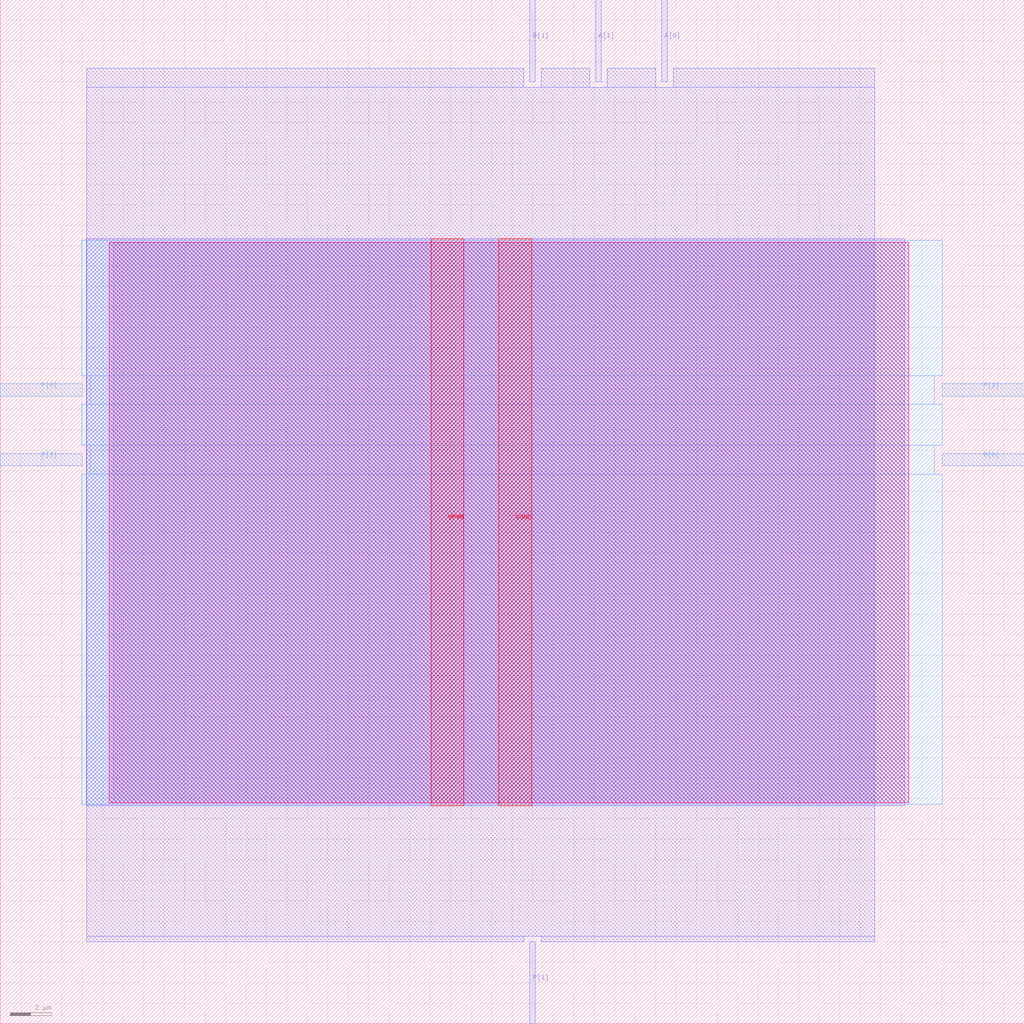
<source format=lef>
VERSION 5.7 ;
  NOWIREEXTENSIONATPIN ON ;
  DIVIDERCHAR "/" ;
  BUSBITCHARS "[]" ;
MACRO SARSA_VENTAJA_e4
  CLASS BLOCK ;
  FOREIGN SARSA_VENTAJA_e4 ;
  ORIGIN 0.000 0.000 ;
  SIZE 50.000 BY 50.000 ;
  PIN A[0]
    DIRECTION INPUT ;
    USE SIGNAL ;
    ANTENNAGATEAREA 0.196500 ;
    PORT
      LAYER met2 ;
        RECT 32.290 46.000 32.570 50.000 ;
    END
  END A[0]
  PIN A[1]
    DIRECTION INPUT ;
    USE SIGNAL ;
    ANTENNAGATEAREA 0.196500 ;
    PORT
      LAYER met2 ;
        RECT 29.070 46.000 29.350 50.000 ;
    END
  END A[1]
  PIN B[0]
    DIRECTION INPUT ;
    USE SIGNAL ;
    ANTENNAGATEAREA 0.196500 ;
    PORT
      LAYER met3 ;
        RECT 46.000 27.240 50.000 27.840 ;
    END
  END B[0]
  PIN B[1]
    DIRECTION INPUT ;
    USE SIGNAL ;
    ANTENNAGATEAREA 0.196500 ;
    PORT
      LAYER met2 ;
        RECT 25.850 46.000 26.130 50.000 ;
    END
  END B[1]
  PIN P[0]
    DIRECTION OUTPUT ;
    USE SIGNAL ;
    ANTENNADIFFAREA 0.445500 ;
    PORT
      LAYER met3 ;
        RECT 0.000 30.640 4.000 31.240 ;
    END
  END P[0]
  PIN P[1]
    DIRECTION OUTPUT ;
    USE SIGNAL ;
    ANTENNADIFFAREA 0.445500 ;
    PORT
      LAYER met2 ;
        RECT 25.850 0.000 26.130 4.000 ;
    END
  END P[1]
  PIN P[2]
    DIRECTION OUTPUT ;
    USE SIGNAL ;
    ANTENNADIFFAREA 0.445500 ;
    PORT
      LAYER met3 ;
        RECT 46.000 30.640 50.000 31.240 ;
    END
  END P[2]
  PIN P[3]
    DIRECTION OUTPUT ;
    USE SIGNAL ;
    ANTENNADIFFAREA 0.445500 ;
    PORT
      LAYER met3 ;
        RECT 0.000 27.240 4.000 27.840 ;
    END
  END P[3]
  PIN VGND
    DIRECTION INOUT ;
    USE GROUND ;
    PORT
      LAYER met4 ;
        RECT 24.340 10.640 25.940 38.320 ;
    END
  END VGND
  PIN VPWR
    DIRECTION INOUT ;
    USE POWER ;
    PORT
      LAYER met4 ;
        RECT 21.040 10.640 22.640 38.320 ;
    END
  END VPWR
  OBS
      LAYER nwell ;
        RECT 5.330 10.795 44.350 38.165 ;
      LAYER li1 ;
        RECT 5.520 10.795 44.160 38.165 ;
      LAYER met1 ;
        RECT 4.210 10.640 44.160 38.320 ;
      LAYER met2 ;
        RECT 4.230 45.720 25.570 46.650 ;
        RECT 26.410 45.720 28.790 46.650 ;
        RECT 29.630 45.720 32.010 46.650 ;
        RECT 32.850 45.720 42.690 46.650 ;
        RECT 4.230 4.280 42.690 45.720 ;
        RECT 4.230 4.000 25.570 4.280 ;
        RECT 26.410 4.000 42.690 4.280 ;
      LAYER met3 ;
        RECT 3.990 31.640 46.000 38.245 ;
        RECT 4.400 30.240 45.600 31.640 ;
        RECT 3.990 28.240 46.000 30.240 ;
        RECT 4.400 26.840 45.600 28.240 ;
        RECT 3.990 10.715 46.000 26.840 ;
  END
END SARSA_VENTAJA_e4
END LIBRARY


</source>
